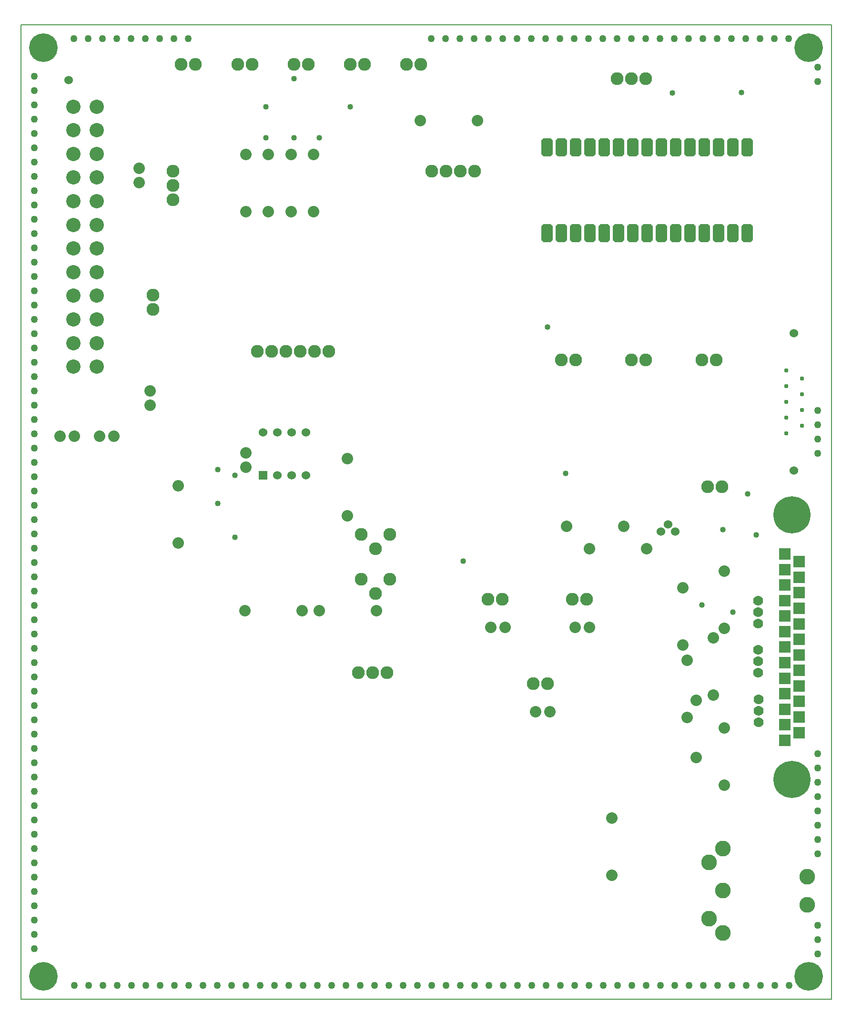
<source format=gbr>
G04 PROTEUS GERBER X2 FILE*
%TF.GenerationSoftware,Labcenter,Proteus,8.13-SP0-Build31525*%
%TF.CreationDate,2025-11-07T22:54:52+00:00*%
%TF.FileFunction,Soldermask,Bot*%
%TF.FilePolarity,Negative*%
%TF.Part,Single*%
%TF.SameCoordinates,{597a0788-1f2a-4186-b242-b041fcb5a55c}*%
%FSLAX45Y45*%
%MOMM*%
G01*
%TA.AperFunction,Material*%
%ADD31C,1.016000*%
%ADD32C,1.270000*%
%AMPPAD027*
4,1,8,
-0.607800,1.627000,
0.607800,1.627000,
0.987000,1.247800,
0.987000,-1.247800,
0.607800,-1.627000,
-0.607800,-1.627000,
-0.987000,-1.247800,
-0.987000,1.247800,
-0.607800,1.627000,
0*%
%TA.AperFunction,Material*%
%ADD33PPAD027*%
%TA.AperFunction,Material*%
%ADD34C,2.286000*%
%ADD35C,2.032000*%
%TA.AperFunction,Material*%
%ADD36C,0.787400*%
%ADD37C,1.524000*%
%AMPPAD032*
4,1,36,
-0.635000,0.762000,
0.635000,0.762000,
0.660970,0.759470,
0.684980,0.752200,
0.706580,0.740650,
0.725290,0.725290,
0.740650,0.706570,
0.752200,0.684980,
0.759470,0.660970,
0.762000,0.635000,
0.762000,-0.635000,
0.759470,-0.660970,
0.752200,-0.684980,
0.740650,-0.706570,
0.725290,-0.725290,
0.706580,-0.740650,
0.684980,-0.752200,
0.660970,-0.759470,
0.635000,-0.762000,
-0.635000,-0.762000,
-0.660970,-0.759470,
-0.684980,-0.752200,
-0.706580,-0.740650,
-0.725290,-0.725290,
-0.740650,-0.706570,
-0.752200,-0.684980,
-0.759470,-0.660970,
-0.762000,-0.635000,
-0.762000,0.635000,
-0.759470,0.660970,
-0.752200,0.684980,
-0.740650,0.706570,
-0.725290,0.725290,
-0.706580,0.740650,
-0.684980,0.752200,
-0.660970,0.759470,
-0.635000,0.762000,
0*%
%TA.AperFunction,Material*%
%ADD38PPAD032*%
%TA.AperFunction,Material*%
%ADD39C,2.794000*%
%TA.AperFunction,Material*%
%ADD40C,1.778000*%
%TA.AperFunction,Material*%
%ADD41C,2.540000*%
%TA.AperFunction,Material*%
%ADD42C,5.080000*%
%AMPPAD037*
4,1,36,
1.016000,0.889000,
1.016000,-0.889000,
1.013470,-0.914970,
1.006200,-0.938980,
0.994650,-0.960580,
0.979290,-0.979290,
0.960570,-0.994650,
0.938980,-1.006200,
0.914970,-1.013470,
0.889000,-1.016000,
-0.889000,-1.016000,
-0.914970,-1.013470,
-0.938980,-1.006200,
-0.960570,-0.994650,
-0.979290,-0.979290,
-0.994650,-0.960580,
-1.006200,-0.938980,
-1.013470,-0.914970,
-1.016000,-0.889000,
-1.016000,0.889000,
-1.013470,0.914970,
-1.006200,0.938980,
-0.994650,0.960580,
-0.979290,0.979290,
-0.960570,0.994650,
-0.938980,1.006200,
-0.914970,1.013470,
-0.889000,1.016000,
0.889000,1.016000,
0.914970,1.013470,
0.938980,1.006200,
0.960570,0.994650,
0.979290,0.979290,
0.994650,0.960580,
1.006200,0.938980,
1.013470,0.914970,
1.016000,0.889000,
0*%
%TA.AperFunction,Material*%
%ADD43PPAD037*%
%ADD44C,6.604000*%
%TA.AperFunction,Profile*%
%ADD28C,0.203200*%
%TD.AperFunction*%
D31*
X+3750000Y+200000D03*
X+4250000Y+200000D03*
X+4700000Y+200000D03*
X+2900000Y-5700000D03*
X+2900000Y-6300000D03*
X+3200000Y-5800000D03*
X+3200000Y-6900000D03*
X+5250000Y+750000D03*
X+4250000Y+1250000D03*
X+3750000Y+750000D03*
X+12200000Y+1000000D03*
X+10976882Y+987953D03*
X+7256314Y-7320626D03*
X+12466839Y-6853448D03*
X+11500000Y-8100000D03*
D32*
X+13053240Y-14861241D03*
X+12799240Y-14861241D03*
X+12545240Y-14861241D03*
X+12291240Y-14861241D03*
X+12037240Y-14861241D03*
X+11783240Y-14861241D03*
X+11529240Y-14861241D03*
X+11275240Y-14861241D03*
X+11021240Y-14861241D03*
X+10767240Y-14861241D03*
X+10513240Y-14861241D03*
X+10259240Y-14861241D03*
X+10005240Y-14861241D03*
X+9751240Y-14861241D03*
X+9497240Y-14861241D03*
X+9243240Y-14861241D03*
X+8989240Y-14861241D03*
X+8735240Y-14861241D03*
X+8481240Y-14861241D03*
X+8227240Y-14861241D03*
X+7973240Y-14861241D03*
X+7719240Y-14861241D03*
X+7465240Y-14861241D03*
X+7211240Y-14861241D03*
X+6957240Y-14861241D03*
X+6703240Y-14861241D03*
X+6449240Y-14861241D03*
X+6195240Y-14861241D03*
X+5941240Y-14861241D03*
X+5687240Y-14861241D03*
X+5433240Y-14861241D03*
X+5179240Y-14861241D03*
X+4925240Y-14861241D03*
X+4671240Y-14861241D03*
X+4417240Y-14861241D03*
X+4163240Y-14861241D03*
X+3909240Y-14861241D03*
X+3655240Y-14861241D03*
X+3401240Y-14861241D03*
X+3147240Y-14861241D03*
X+2893240Y-14861241D03*
X+2639240Y-14861241D03*
X+2385240Y-14861241D03*
X+2131240Y-14861241D03*
X+1877240Y-14861241D03*
X+1623240Y-14861241D03*
X+1369240Y-14861241D03*
X+1115240Y-14861241D03*
X+861240Y-14861241D03*
X+607240Y-14861241D03*
X+353240Y-14861241D03*
X-361240Y-14205316D03*
X-361240Y-13951316D03*
X-361240Y-13697316D03*
X-361240Y-13443316D03*
X-361240Y-13189316D03*
X-361240Y-12935316D03*
X-361240Y-12681316D03*
X-361240Y-12427316D03*
X-361240Y-12173316D03*
X-361240Y-11919316D03*
X-361240Y-11665316D03*
X-361240Y-11411316D03*
X-361240Y-11157316D03*
X-361240Y-10903316D03*
X-361240Y-10649316D03*
X-361240Y-10395316D03*
X-361240Y-10141316D03*
X-361240Y-9887316D03*
X-361240Y-9633316D03*
X-361240Y-9379316D03*
X-361240Y-9125316D03*
X-361240Y-8871316D03*
X-361240Y-8617316D03*
X-361240Y-8363316D03*
X-361240Y-8109316D03*
X-361240Y-7855316D03*
X-361240Y-7601316D03*
X-361240Y-7347316D03*
X-361240Y-7093316D03*
X-361240Y-6839316D03*
X-361240Y-6585316D03*
X-361240Y-6331316D03*
X-361240Y-6077316D03*
X-361240Y-5823316D03*
X-361240Y-5569316D03*
X-361240Y-5315316D03*
X-361240Y-5061316D03*
X-361240Y-4807316D03*
X-361240Y-4553316D03*
X-361240Y-4299316D03*
X-361240Y-4045316D03*
X-361240Y-3791316D03*
X-361240Y-3537316D03*
X-361240Y-3283316D03*
X-361240Y-3029316D03*
X-361240Y-2775316D03*
X-361240Y-2521316D03*
X-361240Y-2267316D03*
X-361240Y-2013316D03*
X-361240Y-1759316D03*
X-361240Y-1505316D03*
X-361240Y-1251316D03*
X-361240Y-997316D03*
X-361240Y-743316D03*
X-361240Y-489316D03*
X-361240Y-235316D03*
X-361240Y+18684D03*
X-361240Y+272684D03*
X-361240Y+526684D03*
X-361240Y+780684D03*
X-361240Y+1034684D03*
X-361240Y+1288684D03*
X+340246Y+1961241D03*
X+594246Y+1961241D03*
X+848246Y+1961241D03*
X+1102246Y+1961241D03*
X+1356246Y+1961241D03*
X+1610246Y+1961241D03*
X+1864246Y+1961241D03*
X+2118246Y+1961241D03*
X+2372246Y+1961241D03*
X+6690246Y+1961241D03*
X+6944246Y+1961241D03*
X+7198246Y+1961241D03*
X+7452246Y+1961241D03*
X+7706246Y+1961241D03*
X+7960246Y+1961241D03*
X+8214246Y+1961241D03*
X+8468246Y+1961241D03*
X+8722246Y+1961241D03*
X+8976246Y+1961241D03*
X+9230246Y+1961241D03*
X+9484246Y+1961241D03*
X+9738246Y+1961241D03*
X+9992246Y+1961241D03*
X+10246246Y+1961241D03*
X+10500246Y+1961241D03*
X+10754246Y+1961241D03*
X+11008246Y+1961241D03*
X+11262246Y+1961241D03*
X+11516246Y+1961241D03*
X+11770246Y+1961241D03*
X+12024246Y+1961241D03*
X+12278246Y+1961241D03*
X+12532246Y+1961241D03*
X+12786246Y+1961241D03*
X+13040246Y+1961241D03*
X+13561240Y+1453574D03*
X+13561240Y+1199574D03*
X+13561240Y-4642426D03*
X+13561240Y-4896426D03*
X+13561240Y-5150426D03*
X+13561240Y-5404426D03*
X+13561240Y-10738426D03*
X+13561240Y-10992426D03*
X+13561240Y-11246426D03*
X+13561240Y-11500426D03*
X+13561240Y-11754426D03*
X+13561240Y-12008426D03*
X+13561240Y-12262426D03*
X+13561240Y-12516426D03*
X+13561240Y-13786426D03*
X+13561240Y-14040426D03*
X+13561240Y-14294426D03*
D31*
X+12315337Y-6129865D03*
X+11876793Y-6762125D03*
X+8754619Y-3160992D03*
X+9079021Y-5763111D03*
X+12051645Y-8225127D03*
D33*
X+8750000Y-1500000D03*
X+9004000Y-1500000D03*
X+9258000Y-1500000D03*
X+9512000Y-1500000D03*
X+9766000Y-1500000D03*
X+10020000Y-1500000D03*
X+10274000Y-1500000D03*
X+10528000Y-1500000D03*
X+10782000Y-1500000D03*
X+11036000Y-1500000D03*
X+11290000Y-1500000D03*
X+11544000Y-1500000D03*
X+11798000Y-1500000D03*
X+12052000Y-1500000D03*
X+12306000Y-1500000D03*
X+12306000Y+24000D03*
X+12052000Y+24000D03*
X+11798000Y+24000D03*
X+11544000Y+24000D03*
X+11290000Y+24000D03*
X+11036000Y+24000D03*
X+10782000Y+24000D03*
X+10528000Y+24000D03*
X+10274000Y+24000D03*
X+10020000Y+24000D03*
X+9766000Y+24000D03*
X+9512000Y+24000D03*
X+9258000Y+24000D03*
X+9004000Y+24000D03*
X+8750000Y+24000D03*
D34*
X+9000000Y-3750000D03*
X+9254000Y-3750000D03*
X+10250000Y-3750000D03*
X+10504000Y-3750000D03*
X+11500000Y-3750000D03*
X+11754000Y-3750000D03*
X+5250000Y+1500000D03*
X+5504000Y+1500000D03*
X+6250000Y+1500000D03*
X+6504000Y+1500000D03*
X+4250000Y+1500000D03*
X+4504000Y+1500000D03*
X+2250000Y+1500000D03*
X+2504000Y+1500000D03*
X+3250000Y+1500000D03*
X+3504000Y+1500000D03*
D35*
X+6500000Y+500000D03*
X+7516000Y+500000D03*
X+3400000Y-100000D03*
X+3400000Y-1116000D03*
X+4600000Y-100000D03*
X+4600000Y-1116000D03*
X+4200000Y-100000D03*
X+4200000Y-1116000D03*
X+3800000Y-100000D03*
X+3800000Y-1116000D03*
D36*
X+12997209Y-3939340D03*
X+12997209Y-4218740D03*
X+12997209Y-4498140D03*
X+12997209Y-4777540D03*
X+12997209Y-5056940D03*
X+13276609Y-4079040D03*
X+13276609Y-4358440D03*
X+13276609Y-4637840D03*
X+13276609Y-4917240D03*
D37*
X+13136909Y-3278940D03*
X+13136909Y-5717340D03*
D34*
X+3600000Y-3600000D03*
X+3854000Y-3600000D03*
X+4108000Y-3600000D03*
X+4362000Y-3600000D03*
X+4616000Y-3600000D03*
X+4870000Y-3600000D03*
X+7700000Y-8000000D03*
X+7954000Y-8000000D03*
X+9200000Y-8000000D03*
X+9454000Y-8000000D03*
X+8500000Y-9500000D03*
X+8754000Y-9500000D03*
D38*
X+3700000Y-5800000D03*
D37*
X+3954000Y-5800000D03*
X+4208000Y-5800000D03*
X+4462000Y-5800000D03*
X+4462000Y-5038000D03*
X+4208000Y-5038000D03*
X+3954000Y-5038000D03*
X+3700000Y-5038000D03*
D39*
X+11875000Y-12425000D03*
X+11875000Y-13175000D03*
X+11875000Y-13925000D03*
X+11625000Y-12675000D03*
X+11625000Y-13675000D03*
X+13375000Y-13425000D03*
X+13375000Y-12925000D03*
D34*
X+5446000Y-6846000D03*
X+5954000Y-6846000D03*
X+5700000Y-7100000D03*
D35*
X+5200000Y-5500000D03*
X+5200000Y-6516000D03*
D34*
X+5446000Y-7646000D03*
X+5954000Y-7646000D03*
X+5700000Y-7900000D03*
D35*
X+4700000Y-8200000D03*
X+5716000Y-8200000D03*
X+4400000Y-8200000D03*
X+3384000Y-8200000D03*
X+2200000Y-7000000D03*
X+2200000Y-5984000D03*
D34*
X+5400000Y-9300000D03*
X+5654000Y-9300000D03*
X+5908000Y-9300000D03*
D35*
X+3400000Y-5400000D03*
X+3400000Y-5654000D03*
X+9900000Y-12900000D03*
X+9900000Y-11884000D03*
X+8000000Y-8500000D03*
X+7746000Y-8500000D03*
X+8800000Y-10000000D03*
X+8546000Y-10000000D03*
X+9500000Y-8500000D03*
X+9246000Y-8500000D03*
D40*
X+12500000Y-8430200D03*
X+12500000Y-8227000D03*
X+12500000Y-8023800D03*
D41*
X+750000Y+750000D03*
X+330000Y+750000D03*
X+750000Y+330000D03*
X+330000Y+330000D03*
X+750000Y-90000D03*
X+330000Y-90000D03*
X+750000Y-510000D03*
X+330000Y-510000D03*
X+750000Y-930000D03*
X+330000Y-930000D03*
X+750000Y-1350000D03*
X+330000Y-1350000D03*
X+750000Y-1770000D03*
X+330000Y-1770000D03*
X+750000Y-2190000D03*
X+330000Y-2190000D03*
X+750000Y-2610000D03*
X+330000Y-2610000D03*
X+750000Y-3030000D03*
X+330000Y-3030000D03*
X+750000Y-3450000D03*
X+330000Y-3450000D03*
X+750000Y-3870006D03*
X+330000Y-3870006D03*
D37*
X+246000Y+1220000D03*
D34*
X+1750000Y-2850000D03*
X+1750000Y-2596000D03*
D35*
X+1500000Y-600000D03*
X+1500000Y-346000D03*
X+800000Y-5100000D03*
X+1054000Y-5100000D03*
X+1700000Y-4550000D03*
X+1700000Y-4296000D03*
X+100000Y-5100000D03*
X+354000Y-5100000D03*
D34*
X+10500000Y+1250000D03*
X+10246000Y+1250000D03*
X+9992000Y+1250000D03*
D42*
X-200000Y+1800000D03*
X+13400000Y+1800000D03*
X+13400000Y-14700000D03*
X-200000Y-14700000D03*
D34*
X+6700000Y-400000D03*
X+6954000Y-400000D03*
X+7208000Y-400000D03*
X+7462000Y-400000D03*
X+2100000Y-400000D03*
X+2100000Y-654000D03*
X+2100000Y-908000D03*
D43*
X+12973000Y-7193420D03*
X+12973000Y-7470280D03*
X+12973000Y-7744600D03*
X+12973000Y-8021460D03*
X+12973000Y-8298320D03*
X+12973000Y-8572640D03*
X+12973000Y-8849500D03*
X+12973000Y-9126360D03*
X+12973000Y-9400680D03*
X+12973000Y-9677540D03*
X+12973000Y-9954400D03*
X+12973000Y-10228720D03*
X+12973000Y-10505580D03*
X+13227000Y-7330580D03*
X+13227000Y-7607440D03*
X+13227000Y-7881760D03*
X+13227000Y-8158620D03*
X+13227000Y-8435480D03*
X+13227000Y-8709800D03*
X+13227000Y-8986660D03*
X+13227000Y-9263520D03*
X+13227000Y-9537840D03*
X+13227000Y-9814700D03*
X+13227000Y-10091560D03*
X+13227000Y-10365880D03*
D44*
X+13100000Y-6500000D03*
X+13100000Y-11199000D03*
D34*
X+11600000Y-6000000D03*
X+11854000Y-6000000D03*
D35*
X+11900000Y-7500000D03*
X+11900000Y-8516000D03*
X+11396726Y-9796726D03*
X+11396726Y-10812726D03*
X+11165099Y-7800000D03*
X+11165099Y-8816000D03*
X+11900000Y-11300000D03*
X+11900000Y-10284000D03*
X+11700000Y-9700000D03*
X+11700000Y-8684000D03*
X+11234901Y-10100000D03*
X+11234901Y-9084000D03*
D40*
X+12500000Y-9303200D03*
X+12500000Y-9100000D03*
X+12500000Y-8896800D03*
X+12509501Y-10182107D03*
X+12509501Y-9978907D03*
X+12509501Y-9775707D03*
D37*
X+10773000Y-6800000D03*
X+10900000Y-6673000D03*
X+11027000Y-6800000D03*
D35*
X+9100000Y-6700000D03*
X+10116000Y-6700000D03*
X+9500000Y-7100000D03*
X+10516000Y-7100000D03*
D28*
X-600000Y-15100000D02*
X+13800000Y-15100000D01*
X+13800000Y+2200000D01*
X-600000Y+2200000D01*
X-600000Y-15100000D01*
M02*

</source>
